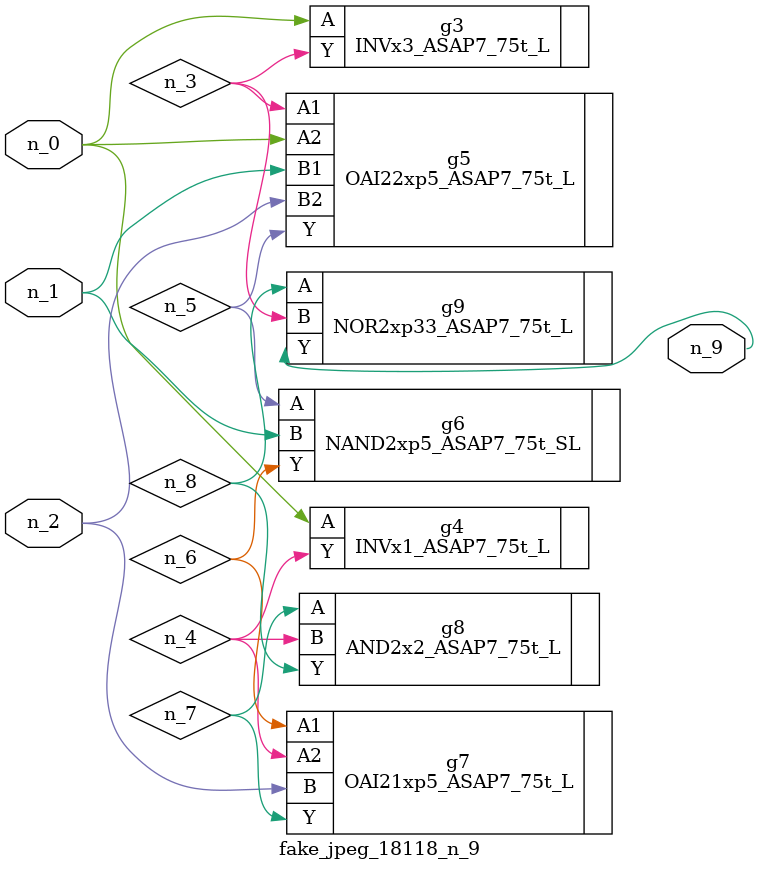
<source format=v>
module fake_jpeg_18118_n_9 (n_0, n_2, n_1, n_9);

input n_0;
input n_2;
input n_1;

output n_9;

wire n_3;
wire n_4;
wire n_8;
wire n_6;
wire n_5;
wire n_7;

INVx3_ASAP7_75t_L g3 ( 
.A(n_0),
.Y(n_3)
);

INVx1_ASAP7_75t_L g4 ( 
.A(n_0),
.Y(n_4)
);

OAI22xp5_ASAP7_75t_L g5 ( 
.A1(n_3),
.A2(n_0),
.B1(n_1),
.B2(n_2),
.Y(n_5)
);

NAND2xp5_ASAP7_75t_SL g6 ( 
.A(n_5),
.B(n_1),
.Y(n_6)
);

OAI21xp5_ASAP7_75t_L g7 ( 
.A1(n_6),
.A2(n_4),
.B(n_2),
.Y(n_7)
);

AND2x2_ASAP7_75t_L g8 ( 
.A(n_7),
.B(n_4),
.Y(n_8)
);

NOR2xp33_ASAP7_75t_L g9 ( 
.A(n_8),
.B(n_3),
.Y(n_9)
);


endmodule
</source>
